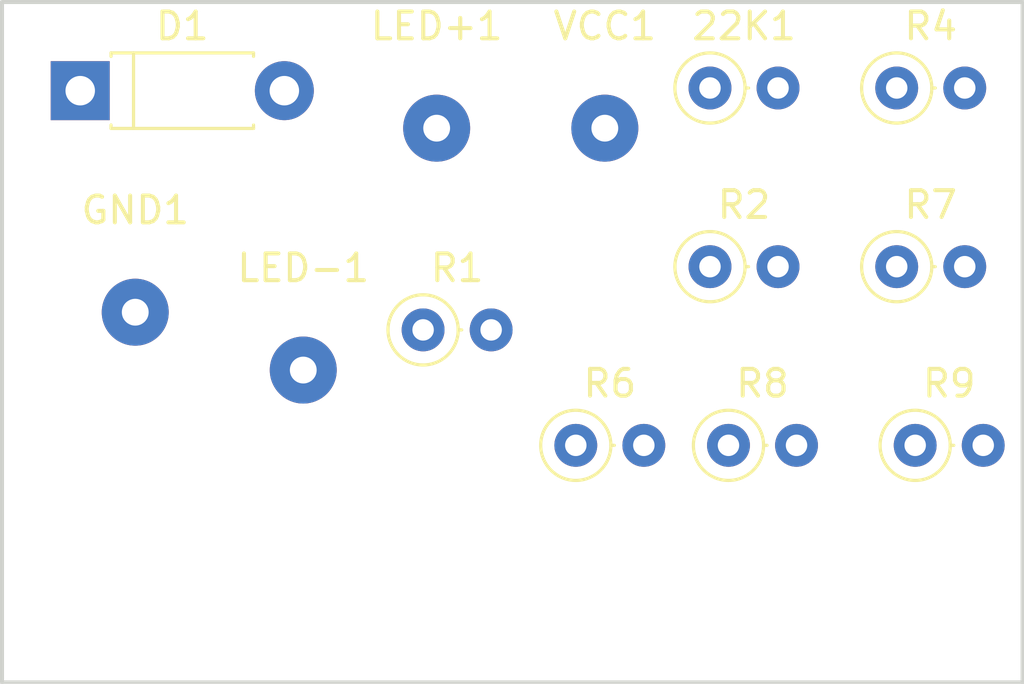
<source format=kicad_pcb>
(kicad_pcb (version 4) (host pcbnew 4.0.7)

  (general
    (links 9)
    (no_connects 9)
    (area 139.624999 88.824999 177.875001 114.375001)
    (thickness 1.6)
    (drawings 4)
    (tracks 0)
    (zones 0)
    (modules 13)
    (nets 14)
  )

  (page A4)
  (layers
    (0 F.Cu signal)
    (31 B.Cu signal)
    (32 B.Adhes user)
    (33 F.Adhes user)
    (34 B.Paste user)
    (35 F.Paste user)
    (36 B.SilkS user)
    (37 F.SilkS user)
    (38 B.Mask user)
    (39 F.Mask user)
    (40 Dwgs.User user)
    (41 Cmts.User user)
    (42 Eco1.User user)
    (43 Eco2.User user)
    (44 Edge.Cuts user)
    (45 Margin user)
    (46 B.CrtYd user)
    (47 F.CrtYd user)
    (48 B.Fab user)
    (49 F.Fab user)
  )

  (setup
    (last_trace_width 0.25)
    (trace_clearance 0.2)
    (zone_clearance 0.508)
    (zone_45_only no)
    (trace_min 0.2)
    (segment_width 0.2)
    (edge_width 0.15)
    (via_size 0.6)
    (via_drill 0.4)
    (via_min_size 0.4)
    (via_min_drill 0.3)
    (uvia_size 0.3)
    (uvia_drill 0.1)
    (uvias_allowed no)
    (uvia_min_size 0.2)
    (uvia_min_drill 0.1)
    (pcb_text_width 0.3)
    (pcb_text_size 1.5 1.5)
    (mod_edge_width 0.15)
    (mod_text_size 1 1)
    (mod_text_width 0.15)
    (pad_size 1.524 1.524)
    (pad_drill 0.762)
    (pad_to_mask_clearance 0.2)
    (aux_axis_origin 0 0)
    (visible_elements FFFFFF7F)
    (pcbplotparams
      (layerselection 0x00030_80000001)
      (usegerberextensions false)
      (excludeedgelayer true)
      (linewidth 0.100000)
      (plotframeref false)
      (viasonmask false)
      (mode 1)
      (useauxorigin false)
      (hpglpennumber 1)
      (hpglpenspeed 20)
      (hpglpendiameter 15)
      (hpglpenoverlay 2)
      (psnegative false)
      (psa4output false)
      (plotreference true)
      (plotvalue true)
      (plotinvisibletext false)
      (padsonsilk false)
      (subtractmaskfromsilk false)
      (outputformat 1)
      (mirror false)
      (drillshape 1)
      (scaleselection 1)
      (outputdirectory ""))
  )

  (net 0 "")
  (net 1 "Net-(22K1-Pad1)")
  (net 2 "Net-(22K1-Pad2)")
  (net 3 "Net-(D1-Pad1)")
  (net 4 VCC)
  (net 5 GND)
  (net 6 "Net-(LED-1-Pad1)")
  (net 7 "Net-(C4-Pad2)")
  (net 8 "Net-(Q1-Pad3)")
  (net 9 "Net-(C2-Pad1)")
  (net 10 "Net-(100Ka1-Pad2)")
  (net 11 "Net-(100Ka1-Pad3)")
  (net 12 "Net-(FUZZ1-Pad1)")
  (net 13 "Net-(C2-Pad2)")

  (net_class Default "This is the default net class."
    (clearance 0.2)
    (trace_width 0.25)
    (via_dia 0.6)
    (via_drill 0.4)
    (uvia_dia 0.3)
    (uvia_drill 0.1)
    (add_net GND)
    (add_net "Net-(100Ka1-Pad2)")
    (add_net "Net-(100Ka1-Pad3)")
    (add_net "Net-(22K1-Pad1)")
    (add_net "Net-(22K1-Pad2)")
    (add_net "Net-(C2-Pad1)")
    (add_net "Net-(C2-Pad2)")
    (add_net "Net-(C4-Pad2)")
    (add_net "Net-(D1-Pad1)")
    (add_net "Net-(FUZZ1-Pad1)")
    (add_net "Net-(LED-1-Pad1)")
    (add_net "Net-(Q1-Pad3)")
    (add_net VCC)
  )

  (module Resistors_THT:R_Axial_DIN0207_L6.3mm_D2.5mm_P2.54mm_Vertical (layer F.Cu) (tedit 5874F706) (tstamp 5A89BCCB)
    (at 166.130002 92.109999)
    (descr "Resistor, Axial_DIN0207 series, Axial, Vertical, pin pitch=2.54mm, 0.25W = 1/4W, length*diameter=6.3*2.5mm^2, http://cdn-reichelt.de/documents/datenblatt/B400/1_4W%23YAG.pdf")
    (tags "Resistor Axial_DIN0207 series Axial Vertical pin pitch 2.54mm 0.25W = 1/4W length 6.3mm diameter 2.5mm")
    (path /5A8816D5)
    (fp_text reference 22K1 (at 1.27 -2.31) (layer F.SilkS)
      (effects (font (size 1 1) (thickness 0.15)))
    )
    (fp_text value 22k (at 1.27 2.31) (layer F.Fab)
      (effects (font (size 1 1) (thickness 0.15)))
    )
    (fp_circle (center 0 0) (end 1.25 0) (layer F.Fab) (width 0.1))
    (fp_circle (center 0 0) (end 1.31 0) (layer F.SilkS) (width 0.12))
    (fp_line (start 0 0) (end 2.54 0) (layer F.Fab) (width 0.1))
    (fp_line (start 1.31 0) (end 1.44 0) (layer F.SilkS) (width 0.12))
    (fp_line (start -1.6 -1.6) (end -1.6 1.6) (layer F.CrtYd) (width 0.05))
    (fp_line (start -1.6 1.6) (end 3.65 1.6) (layer F.CrtYd) (width 0.05))
    (fp_line (start 3.65 1.6) (end 3.65 -1.6) (layer F.CrtYd) (width 0.05))
    (fp_line (start 3.65 -1.6) (end -1.6 -1.6) (layer F.CrtYd) (width 0.05))
    (pad 1 thru_hole circle (at 0 0) (size 1.6 1.6) (drill 0.8) (layers *.Cu *.Mask)
      (net 1 "Net-(22K1-Pad1)"))
    (pad 2 thru_hole oval (at 2.54 0) (size 1.6 1.6) (drill 0.8) (layers *.Cu *.Mask)
      (net 2 "Net-(22K1-Pad2)"))
    (model ${KISYS3DMOD}/Resistors_THT.3dshapes/R_Axial_DIN0207_L6.3mm_D2.5mm_P2.54mm_Vertical.wrl
      (at (xyz 0 0 0))
      (scale (xyz 0.393701 0.393701 0.393701))
      (rotate (xyz 0 0 0))
    )
  )

  (module Diodes_THT:D_DO-41_SOD81_P7.62mm_Horizontal (layer F.Cu) (tedit 5921392F) (tstamp 5A89BCD1)
    (at 142.620002 92.209999)
    (descr "D, DO-41_SOD81 series, Axial, Horizontal, pin pitch=7.62mm, , length*diameter=5.2*2.7mm^2, , http://www.diodes.com/_files/packages/DO-41%20(Plastic).pdf")
    (tags "D DO-41_SOD81 series Axial Horizontal pin pitch 7.62mm  length 5.2mm diameter 2.7mm")
    (path /5A88263C)
    (fp_text reference D1 (at 3.81 -2.41) (layer F.SilkS)
      (effects (font (size 1 1) (thickness 0.15)))
    )
    (fp_text value 1N5817 (at 3.81 2.41) (layer F.Fab)
      (effects (font (size 1 1) (thickness 0.15)))
    )
    (fp_text user %R (at 3.81 0) (layer F.Fab)
      (effects (font (size 1 1) (thickness 0.15)))
    )
    (fp_line (start 1.21 -1.35) (end 1.21 1.35) (layer F.Fab) (width 0.1))
    (fp_line (start 1.21 1.35) (end 6.41 1.35) (layer F.Fab) (width 0.1))
    (fp_line (start 6.41 1.35) (end 6.41 -1.35) (layer F.Fab) (width 0.1))
    (fp_line (start 6.41 -1.35) (end 1.21 -1.35) (layer F.Fab) (width 0.1))
    (fp_line (start 0 0) (end 1.21 0) (layer F.Fab) (width 0.1))
    (fp_line (start 7.62 0) (end 6.41 0) (layer F.Fab) (width 0.1))
    (fp_line (start 1.99 -1.35) (end 1.99 1.35) (layer F.Fab) (width 0.1))
    (fp_line (start 1.15 -1.28) (end 1.15 -1.41) (layer F.SilkS) (width 0.12))
    (fp_line (start 1.15 -1.41) (end 6.47 -1.41) (layer F.SilkS) (width 0.12))
    (fp_line (start 6.47 -1.41) (end 6.47 -1.28) (layer F.SilkS) (width 0.12))
    (fp_line (start 1.15 1.28) (end 1.15 1.41) (layer F.SilkS) (width 0.12))
    (fp_line (start 1.15 1.41) (end 6.47 1.41) (layer F.SilkS) (width 0.12))
    (fp_line (start 6.47 1.41) (end 6.47 1.28) (layer F.SilkS) (width 0.12))
    (fp_line (start 1.99 -1.41) (end 1.99 1.41) (layer F.SilkS) (width 0.12))
    (fp_line (start -1.35 -1.7) (end -1.35 1.7) (layer F.CrtYd) (width 0.05))
    (fp_line (start -1.35 1.7) (end 9 1.7) (layer F.CrtYd) (width 0.05))
    (fp_line (start 9 1.7) (end 9 -1.7) (layer F.CrtYd) (width 0.05))
    (fp_line (start 9 -1.7) (end -1.35 -1.7) (layer F.CrtYd) (width 0.05))
    (pad 1 thru_hole rect (at 0 0) (size 2.2 2.2) (drill 1.1) (layers *.Cu *.Mask)
      (net 3 "Net-(D1-Pad1)"))
    (pad 2 thru_hole oval (at 7.62 0) (size 2.2 2.2) (drill 1.1) (layers *.Cu *.Mask)
      (net 4 VCC))
    (model ${KISYS3DMOD}/Diodes_THT.3dshapes/D_DO-41_SOD81_P7.62mm_Horizontal.wrl
      (at (xyz 0 0 0))
      (scale (xyz 0.393701 0.393701 0.393701))
      (rotate (xyz 0 0 0))
    )
  )

  (module Wire_Pads:SolderWirePad_single_1mmDrill (layer F.Cu) (tedit 0) (tstamp 5A89BCD6)
    (at 144.67381 100.479999)
    (path /5A89569B)
    (fp_text reference GND1 (at 0 -3.81) (layer F.SilkS)
      (effects (font (size 1 1) (thickness 0.15)))
    )
    (fp_text value GND (at -1.905 3.175) (layer F.Fab)
      (effects (font (size 1 1) (thickness 0.15)))
    )
    (pad 1 thru_hole circle (at 0 0) (size 2.49936 2.49936) (drill 1.00076) (layers *.Cu *.Mask)
      (net 5 GND))
  )

  (module Wire_Pads:SolderWirePad_single_1mmDrill (layer F.Cu) (tedit 0) (tstamp 5A89BCDB)
    (at 155.926191 93.609999)
    (path /5A89561E)
    (fp_text reference LED+1 (at 0 -3.81) (layer F.SilkS)
      (effects (font (size 1 1) (thickness 0.15)))
    )
    (fp_text value LED+ (at -1.905 3.175) (layer F.Fab)
      (effects (font (size 1 1) (thickness 0.15)))
    )
    (pad 1 thru_hole circle (at 0 0) (size 2.49936 2.49936) (drill 1.00076) (layers *.Cu *.Mask)
      (net 5 GND))
  )

  (module Wire_Pads:SolderWirePad_single_1mmDrill (layer F.Cu) (tedit 0) (tstamp 5A89BCE0)
    (at 150.946191 102.639999)
    (path /5A894578)
    (fp_text reference LED-1 (at 0 -3.81) (layer F.SilkS)
      (effects (font (size 1 1) (thickness 0.15)))
    )
    (fp_text value LED- (at -1.905 3.175) (layer F.Fab)
      (effects (font (size 1 1) (thickness 0.15)))
    )
    (pad 1 thru_hole circle (at 0 0) (size 2.49936 2.49936) (drill 1.00076) (layers *.Cu *.Mask)
      (net 6 "Net-(LED-1-Pad1)"))
  )

  (module Resistors_THT:R_Axial_DIN0207_L6.3mm_D2.5mm_P2.54mm_Vertical (layer F.Cu) (tedit 5874F706) (tstamp 5A89BCE6)
    (at 155.420002 101.139999)
    (descr "Resistor, Axial_DIN0207 series, Axial, Vertical, pin pitch=2.54mm, 0.25W = 1/4W, length*diameter=6.3*2.5mm^2, http://cdn-reichelt.de/documents/datenblatt/B400/1_4W%23YAG.pdf")
    (tags "Resistor Axial_DIN0207 series Axial Vertical pin pitch 2.54mm 0.25W = 1/4W length 6.3mm diameter 2.5mm")
    (path /5A882683)
    (fp_text reference R1 (at 1.27 -2.31) (layer F.SilkS)
      (effects (font (size 1 1) (thickness 0.15)))
    )
    (fp_text value 4.7 (at 1.27 2.31) (layer F.Fab)
      (effects (font (size 1 1) (thickness 0.15)))
    )
    (fp_circle (center 0 0) (end 1.25 0) (layer F.Fab) (width 0.1))
    (fp_circle (center 0 0) (end 1.31 0) (layer F.SilkS) (width 0.12))
    (fp_line (start 0 0) (end 2.54 0) (layer F.Fab) (width 0.1))
    (fp_line (start 1.31 0) (end 1.44 0) (layer F.SilkS) (width 0.12))
    (fp_line (start -1.6 -1.6) (end -1.6 1.6) (layer F.CrtYd) (width 0.05))
    (fp_line (start -1.6 1.6) (end 3.65 1.6) (layer F.CrtYd) (width 0.05))
    (fp_line (start 3.65 1.6) (end 3.65 -1.6) (layer F.CrtYd) (width 0.05))
    (fp_line (start 3.65 -1.6) (end -1.6 -1.6) (layer F.CrtYd) (width 0.05))
    (pad 1 thru_hole circle (at 0 0) (size 1.6 1.6) (drill 0.8) (layers *.Cu *.Mask)
      (net 6 "Net-(LED-1-Pad1)"))
    (pad 2 thru_hole oval (at 2.54 0) (size 1.6 1.6) (drill 0.8) (layers *.Cu *.Mask)
      (net 3 "Net-(D1-Pad1)"))
    (model ${KISYS3DMOD}/Resistors_THT.3dshapes/R_Axial_DIN0207_L6.3mm_D2.5mm_P2.54mm_Vertical.wrl
      (at (xyz 0 0 0))
      (scale (xyz 0.393701 0.393701 0.393701))
      (rotate (xyz 0 0 0))
    )
  )

  (module Resistors_THT:R_Axial_DIN0207_L6.3mm_D2.5mm_P2.54mm_Vertical (layer F.Cu) (tedit 5874F706) (tstamp 5A89BCEC)
    (at 166.130002 98.779999)
    (descr "Resistor, Axial_DIN0207 series, Axial, Vertical, pin pitch=2.54mm, 0.25W = 1/4W, length*diameter=6.3*2.5mm^2, http://cdn-reichelt.de/documents/datenblatt/B400/1_4W%23YAG.pdf")
    (tags "Resistor Axial_DIN0207 series Axial Vertical pin pitch 2.54mm 0.25W = 1/4W length 6.3mm diameter 2.5mm")
    (path /5A882500)
    (fp_text reference R2 (at 1.27 -2.31) (layer F.SilkS)
      (effects (font (size 1 1) (thickness 0.15)))
    )
    (fp_text value 100 (at 1.27 2.31) (layer F.Fab)
      (effects (font (size 1 1) (thickness 0.15)))
    )
    (fp_circle (center 0 0) (end 1.25 0) (layer F.Fab) (width 0.1))
    (fp_circle (center 0 0) (end 1.31 0) (layer F.SilkS) (width 0.12))
    (fp_line (start 0 0) (end 2.54 0) (layer F.Fab) (width 0.1))
    (fp_line (start 1.31 0) (end 1.44 0) (layer F.SilkS) (width 0.12))
    (fp_line (start -1.6 -1.6) (end -1.6 1.6) (layer F.CrtYd) (width 0.05))
    (fp_line (start -1.6 1.6) (end 3.65 1.6) (layer F.CrtYd) (width 0.05))
    (fp_line (start 3.65 1.6) (end 3.65 -1.6) (layer F.CrtYd) (width 0.05))
    (fp_line (start 3.65 -1.6) (end -1.6 -1.6) (layer F.CrtYd) (width 0.05))
    (pad 1 thru_hole circle (at 0 0) (size 1.6 1.6) (drill 0.8) (layers *.Cu *.Mask)
      (net 7 "Net-(C4-Pad2)"))
    (pad 2 thru_hole oval (at 2.54 0) (size 1.6 1.6) (drill 0.8) (layers *.Cu *.Mask)
      (net 3 "Net-(D1-Pad1)"))
    (model ${KISYS3DMOD}/Resistors_THT.3dshapes/R_Axial_DIN0207_L6.3mm_D2.5mm_P2.54mm_Vertical.wrl
      (at (xyz 0 0 0))
      (scale (xyz 0.393701 0.393701 0.393701))
      (rotate (xyz 0 0 0))
    )
  )

  (module Resistors_THT:R_Axial_DIN0207_L6.3mm_D2.5mm_P2.54mm_Vertical (layer F.Cu) (tedit 5874F706) (tstamp 5A89BCF2)
    (at 173.100002 92.109999)
    (descr "Resistor, Axial_DIN0207 series, Axial, Vertical, pin pitch=2.54mm, 0.25W = 1/4W, length*diameter=6.3*2.5mm^2, http://cdn-reichelt.de/documents/datenblatt/B400/1_4W%23YAG.pdf")
    (tags "Resistor Axial_DIN0207 series Axial Vertical pin pitch 2.54mm 0.25W = 1/4W length 6.3mm diameter 2.5mm")
    (path /5A8818BD)
    (fp_text reference R4 (at 1.27 -2.31) (layer F.SilkS)
      (effects (font (size 1 1) (thickness 0.15)))
    )
    (fp_text value 1.5 (at 1.27 2.31) (layer F.Fab)
      (effects (font (size 1 1) (thickness 0.15)))
    )
    (fp_circle (center 0 0) (end 1.25 0) (layer F.Fab) (width 0.1))
    (fp_circle (center 0 0) (end 1.31 0) (layer F.SilkS) (width 0.12))
    (fp_line (start 0 0) (end 2.54 0) (layer F.Fab) (width 0.1))
    (fp_line (start 1.31 0) (end 1.44 0) (layer F.SilkS) (width 0.12))
    (fp_line (start -1.6 -1.6) (end -1.6 1.6) (layer F.CrtYd) (width 0.05))
    (fp_line (start -1.6 1.6) (end 3.65 1.6) (layer F.CrtYd) (width 0.05))
    (fp_line (start 3.65 1.6) (end 3.65 -1.6) (layer F.CrtYd) (width 0.05))
    (fp_line (start 3.65 -1.6) (end -1.6 -1.6) (layer F.CrtYd) (width 0.05))
    (pad 1 thru_hole circle (at 0 0) (size 1.6 1.6) (drill 0.8) (layers *.Cu *.Mask)
      (net 1 "Net-(22K1-Pad1)"))
    (pad 2 thru_hole oval (at 2.54 0) (size 1.6 1.6) (drill 0.8) (layers *.Cu *.Mask)
      (net 7 "Net-(C4-Pad2)"))
    (model ${KISYS3DMOD}/Resistors_THT.3dshapes/R_Axial_DIN0207_L6.3mm_D2.5mm_P2.54mm_Vertical.wrl
      (at (xyz 0 0 0))
      (scale (xyz 0.393701 0.393701 0.393701))
      (rotate (xyz 0 0 0))
    )
  )

  (module Resistors_THT:R_Axial_DIN0207_L6.3mm_D2.5mm_P2.54mm_Vertical (layer F.Cu) (tedit 5874F706) (tstamp 5A89BCF8)
    (at 161.120002 105.449999)
    (descr "Resistor, Axial_DIN0207 series, Axial, Vertical, pin pitch=2.54mm, 0.25W = 1/4W, length*diameter=6.3*2.5mm^2, http://cdn-reichelt.de/documents/datenblatt/B400/1_4W%23YAG.pdf")
    (tags "Resistor Axial_DIN0207 series Axial Vertical pin pitch 2.54mm 0.25W = 1/4W length 6.3mm diameter 2.5mm")
    (path /5A881882)
    (fp_text reference R6 (at 1.27 -2.31) (layer F.SilkS)
      (effects (font (size 1 1) (thickness 0.15)))
    )
    (fp_text value 33K (at 1.27 2.31) (layer F.Fab)
      (effects (font (size 1 1) (thickness 0.15)))
    )
    (fp_circle (center 0 0) (end 1.25 0) (layer F.Fab) (width 0.1))
    (fp_circle (center 0 0) (end 1.31 0) (layer F.SilkS) (width 0.12))
    (fp_line (start 0 0) (end 2.54 0) (layer F.Fab) (width 0.1))
    (fp_line (start 1.31 0) (end 1.44 0) (layer F.SilkS) (width 0.12))
    (fp_line (start -1.6 -1.6) (end -1.6 1.6) (layer F.CrtYd) (width 0.05))
    (fp_line (start -1.6 1.6) (end 3.65 1.6) (layer F.CrtYd) (width 0.05))
    (fp_line (start 3.65 1.6) (end 3.65 -1.6) (layer F.CrtYd) (width 0.05))
    (fp_line (start 3.65 -1.6) (end -1.6 -1.6) (layer F.CrtYd) (width 0.05))
    (pad 1 thru_hole circle (at 0 0) (size 1.6 1.6) (drill 0.8) (layers *.Cu *.Mask)
      (net 7 "Net-(C4-Pad2)"))
    (pad 2 thru_hole oval (at 2.54 0) (size 1.6 1.6) (drill 0.8) (layers *.Cu *.Mask)
      (net 8 "Net-(Q1-Pad3)"))
    (model ${KISYS3DMOD}/Resistors_THT.3dshapes/R_Axial_DIN0207_L6.3mm_D2.5mm_P2.54mm_Vertical.wrl
      (at (xyz 0 0 0))
      (scale (xyz 0.393701 0.393701 0.393701))
      (rotate (xyz 0 0 0))
    )
  )

  (module Resistors_THT:R_Axial_DIN0207_L6.3mm_D2.5mm_P2.54mm_Vertical (layer F.Cu) (tedit 5874F706) (tstamp 5A89BCFE)
    (at 173.100002 98.779999)
    (descr "Resistor, Axial_DIN0207 series, Axial, Vertical, pin pitch=2.54mm, 0.25W = 1/4W, length*diameter=6.3*2.5mm^2, http://cdn-reichelt.de/documents/datenblatt/B400/1_4W%23YAG.pdf")
    (tags "Resistor Axial_DIN0207 series Axial Vertical pin pitch 2.54mm 0.25W = 1/4W length 6.3mm diameter 2.5mm")
    (path /5A8808EC)
    (fp_text reference R7 (at 1.27 -2.31) (layer F.SilkS)
      (effects (font (size 1 1) (thickness 0.15)))
    )
    (fp_text value 10K (at 1.27 2.31) (layer F.Fab)
      (effects (font (size 1 1) (thickness 0.15)))
    )
    (fp_circle (center 0 0) (end 1.25 0) (layer F.Fab) (width 0.1))
    (fp_circle (center 0 0) (end 1.31 0) (layer F.SilkS) (width 0.12))
    (fp_line (start 0 0) (end 2.54 0) (layer F.Fab) (width 0.1))
    (fp_line (start 1.31 0) (end 1.44 0) (layer F.SilkS) (width 0.12))
    (fp_line (start -1.6 -1.6) (end -1.6 1.6) (layer F.CrtYd) (width 0.05))
    (fp_line (start -1.6 1.6) (end 3.65 1.6) (layer F.CrtYd) (width 0.05))
    (fp_line (start 3.65 1.6) (end 3.65 -1.6) (layer F.CrtYd) (width 0.05))
    (fp_line (start 3.65 -1.6) (end -1.6 -1.6) (layer F.CrtYd) (width 0.05))
    (pad 1 thru_hole circle (at 0 0) (size 1.6 1.6) (drill 0.8) (layers *.Cu *.Mask)
      (net 9 "Net-(C2-Pad1)"))
    (pad 2 thru_hole oval (at 2.54 0) (size 1.6 1.6) (drill 0.8) (layers *.Cu *.Mask)
      (net 10 "Net-(100Ka1-Pad2)"))
    (model ${KISYS3DMOD}/Resistors_THT.3dshapes/R_Axial_DIN0207_L6.3mm_D2.5mm_P2.54mm_Vertical.wrl
      (at (xyz 0 0 0))
      (scale (xyz 0.393701 0.393701 0.393701))
      (rotate (xyz 0 0 0))
    )
  )

  (module Resistors_THT:R_Axial_DIN0207_L6.3mm_D2.5mm_P2.54mm_Vertical (layer F.Cu) (tedit 5874F706) (tstamp 5A89BD04)
    (at 166.820002 105.449999)
    (descr "Resistor, Axial_DIN0207 series, Axial, Vertical, pin pitch=2.54mm, 0.25W = 1/4W, length*diameter=6.3*2.5mm^2, http://cdn-reichelt.de/documents/datenblatt/B400/1_4W%23YAG.pdf")
    (tags "Resistor Axial_DIN0207 series Axial Vertical pin pitch 2.54mm 0.25W = 1/4W length 6.3mm diameter 2.5mm")
    (path /5A880832)
    (fp_text reference R8 (at 1.27 -2.31) (layer F.SilkS)
      (effects (font (size 1 1) (thickness 0.15)))
    )
    (fp_text value 1K (at 1.27 2.31) (layer F.Fab)
      (effects (font (size 1 1) (thickness 0.15)))
    )
    (fp_circle (center 0 0) (end 1.25 0) (layer F.Fab) (width 0.1))
    (fp_circle (center 0 0) (end 1.31 0) (layer F.SilkS) (width 0.12))
    (fp_line (start 0 0) (end 2.54 0) (layer F.Fab) (width 0.1))
    (fp_line (start 1.31 0) (end 1.44 0) (layer F.SilkS) (width 0.12))
    (fp_line (start -1.6 -1.6) (end -1.6 1.6) (layer F.CrtYd) (width 0.05))
    (fp_line (start -1.6 1.6) (end 3.65 1.6) (layer F.CrtYd) (width 0.05))
    (fp_line (start 3.65 1.6) (end 3.65 -1.6) (layer F.CrtYd) (width 0.05))
    (fp_line (start 3.65 -1.6) (end -1.6 -1.6) (layer F.CrtYd) (width 0.05))
    (pad 1 thru_hole circle (at 0 0) (size 1.6 1.6) (drill 0.8) (layers *.Cu *.Mask)
      (net 11 "Net-(100Ka1-Pad3)"))
    (pad 2 thru_hole oval (at 2.54 0) (size 1.6 1.6) (drill 0.8) (layers *.Cu *.Mask)
      (net 5 GND))
    (model ${KISYS3DMOD}/Resistors_THT.3dshapes/R_Axial_DIN0207_L6.3mm_D2.5mm_P2.54mm_Vertical.wrl
      (at (xyz 0 0 0))
      (scale (xyz 0.393701 0.393701 0.393701))
      (rotate (xyz 0 0 0))
    )
  )

  (module Resistors_THT:R_Axial_DIN0207_L6.3mm_D2.5mm_P2.54mm_Vertical (layer F.Cu) (tedit 5874F706) (tstamp 5A89BD0A)
    (at 173.790002 105.449999)
    (descr "Resistor, Axial_DIN0207 series, Axial, Vertical, pin pitch=2.54mm, 0.25W = 1/4W, length*diameter=6.3*2.5mm^2, http://cdn-reichelt.de/documents/datenblatt/B400/1_4W%23YAG.pdf")
    (tags "Resistor Axial_DIN0207 series Axial Vertical pin pitch 2.54mm 0.25W = 1/4W length 6.3mm diameter 2.5mm")
    (path /5A880BCC)
    (fp_text reference R9 (at 1.27 -2.31) (layer F.SilkS)
      (effects (font (size 1 1) (thickness 0.15)))
    )
    (fp_text value 100k (at 1.27 2.31) (layer F.Fab)
      (effects (font (size 1 1) (thickness 0.15)))
    )
    (fp_circle (center 0 0) (end 1.25 0) (layer F.Fab) (width 0.1))
    (fp_circle (center 0 0) (end 1.31 0) (layer F.SilkS) (width 0.12))
    (fp_line (start 0 0) (end 2.54 0) (layer F.Fab) (width 0.1))
    (fp_line (start 1.31 0) (end 1.44 0) (layer F.SilkS) (width 0.12))
    (fp_line (start -1.6 -1.6) (end -1.6 1.6) (layer F.CrtYd) (width 0.05))
    (fp_line (start -1.6 1.6) (end 3.65 1.6) (layer F.CrtYd) (width 0.05))
    (fp_line (start 3.65 1.6) (end 3.65 -1.6) (layer F.CrtYd) (width 0.05))
    (fp_line (start 3.65 -1.6) (end -1.6 -1.6) (layer F.CrtYd) (width 0.05))
    (pad 1 thru_hole circle (at 0 0) (size 1.6 1.6) (drill 0.8) (layers *.Cu *.Mask)
      (net 12 "Net-(FUZZ1-Pad1)"))
    (pad 2 thru_hole oval (at 2.54 0) (size 1.6 1.6) (drill 0.8) (layers *.Cu *.Mask)
      (net 13 "Net-(C2-Pad2)"))
    (model ${KISYS3DMOD}/Resistors_THT.3dshapes/R_Axial_DIN0207_L6.3mm_D2.5mm_P2.54mm_Vertical.wrl
      (at (xyz 0 0 0))
      (scale (xyz 0.393701 0.393701 0.393701))
      (rotate (xyz 0 0 0))
    )
  )

  (module Wire_Pads:SolderWirePad_single_1mmDrill (layer F.Cu) (tedit 0) (tstamp 5A89BD0F)
    (at 162.20381 93.609999)
    (path /5A894827)
    (fp_text reference VCC1 (at 0 -3.81) (layer F.SilkS)
      (effects (font (size 1 1) (thickness 0.15)))
    )
    (fp_text value -9V (at -1.905 3.175) (layer F.Fab)
      (effects (font (size 1 1) (thickness 0.15)))
    )
    (pad 1 thru_hole circle (at 0 0) (size 2.49936 2.49936) (drill 1.00076) (layers *.Cu *.Mask)
      (net 4 VCC))
  )

  (gr_line (start 177.8 88.9) (end 139.7 88.9) (layer Edge.Cuts) (width 0.15))
  (gr_line (start 177.8 114.3) (end 177.8 88.9) (layer Edge.Cuts) (width 0.15))
  (gr_line (start 139.7 114.3) (end 177.8 114.3) (layer Edge.Cuts) (width 0.15))
  (gr_line (start 139.7 88.9) (end 139.7 114.3) (layer Edge.Cuts) (width 0.15))

)

</source>
